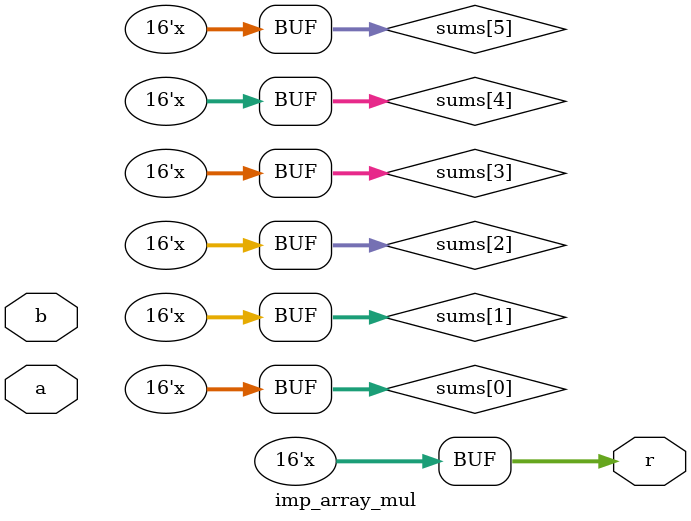
<source format=v>
module imp_array_mul(r, a, b);
	output[15:0] r;
	input [7:0] a, b;
	wire[15:0] shifted[7:0], sums[5:0];
	assign sums[0] = shifted[0] + shifted[1];
	assign sums[1] = shifted[2] + shifted[3];
	assign sums[2] = shifted[4] + shifted[5];
	assign sums[3] = shifted[6] + shifted[7];
	assign sums[4] = sums[0] + sums[1];
	assign sums[5] = sums[2] + sums[3];
	assign r = sums[4] + sums[5];

	genvar i;
	generate
		for(i = 0; i < 8; i = i + 1) begin: shifts
			assign shifted[i] = a<<i & {16{b[i]}};
		end
	endgenerate

endmodule
</source>
